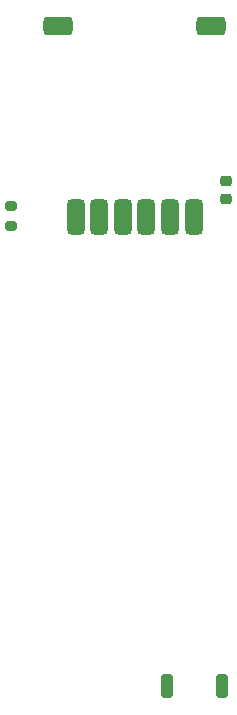
<source format=gbr>
%TF.GenerationSoftware,KiCad,Pcbnew,7.0.5*%
%TF.CreationDate,2023-11-02T21:43:45+08:00*%
%TF.ProjectId,___,65a7682e-6b69-4636-9164-5f7063625858,rev?*%
%TF.SameCoordinates,Original*%
%TF.FileFunction,Paste,Bot*%
%TF.FilePolarity,Positive*%
%FSLAX46Y46*%
G04 Gerber Fmt 4.6, Leading zero omitted, Abs format (unit mm)*
G04 Created by KiCad (PCBNEW 7.0.5) date 2023-11-02 21:43:45*
%MOMM*%
%LPD*%
G01*
G04 APERTURE LIST*
G04 Aperture macros list*
%AMRoundRect*
0 Rectangle with rounded corners*
0 $1 Rounding radius*
0 $2 $3 $4 $5 $6 $7 $8 $9 X,Y pos of 4 corners*
0 Add a 4 corners polygon primitive as box body*
4,1,4,$2,$3,$4,$5,$6,$7,$8,$9,$2,$3,0*
0 Add four circle primitives for the rounded corners*
1,1,$1+$1,$2,$3*
1,1,$1+$1,$4,$5*
1,1,$1+$1,$6,$7*
1,1,$1+$1,$8,$9*
0 Add four rect primitives between the rounded corners*
20,1,$1+$1,$2,$3,$4,$5,0*
20,1,$1+$1,$4,$5,$6,$7,0*
20,1,$1+$1,$6,$7,$8,$9,0*
20,1,$1+$1,$8,$9,$2,$3,0*%
G04 Aperture macros list end*
%ADD10RoundRect,0.225000X0.250000X-0.225000X0.250000X0.225000X-0.250000X0.225000X-0.250000X-0.225000X0*%
%ADD11RoundRect,0.250000X0.250000X0.750000X-0.250000X0.750000X-0.250000X-0.750000X0.250000X-0.750000X0*%
%ADD12RoundRect,0.200000X-0.275000X0.200000X-0.275000X-0.200000X0.275000X-0.200000X0.275000X0.200000X0*%
%ADD13RoundRect,0.375000X0.375000X-1.125000X0.375000X1.125000X-0.375000X1.125000X-0.375000X-1.125000X0*%
%ADD14RoundRect,0.400000X0.850000X0.400000X-0.850000X0.400000X-0.850000X-0.400000X0.850000X-0.400000X0*%
G04 APERTURE END LIST*
D10*
%TO.C,C20*%
X154300000Y-82625000D03*
X154300000Y-81075000D03*
%TD*%
D11*
%TO.C,BAT-*%
X149375000Y-123875000D03*
%TD*%
%TO.C,BAT+*%
X154000000Y-123875000D03*
%TD*%
D12*
%TO.C,R2*%
X136150000Y-83250000D03*
X136150000Y-84900000D03*
%TD*%
D13*
%TO.C,U5*%
X151600000Y-84180000D03*
X149600000Y-84180000D03*
X147600000Y-84180000D03*
X145600000Y-84180000D03*
X143600000Y-84180000D03*
X141600000Y-84180000D03*
D14*
X153100000Y-67980000D03*
X140100000Y-67980000D03*
%TD*%
M02*

</source>
